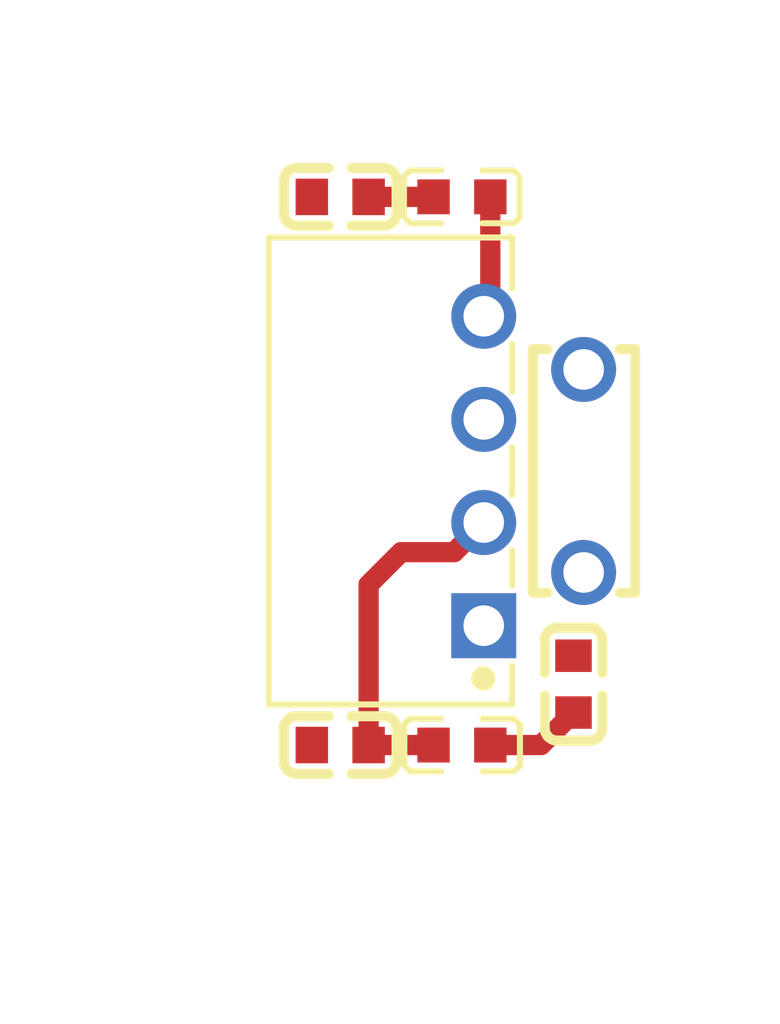
<source format=kicad_pcb>
(kicad_pcb (version 20241229) (generator "pcbnew") (generator_version "9.0")
  (layers (0 "F.Cu" signal) (2 "B.Cu" signal) (13 "F.Paste" user) (15 "B.Paste" user) (5 "F.SilkS" user "F.Silkscreen") (7 "B.SilkS" user "B.Silkscreen") (1 "F.Mask" user) (3 "B.Mask" user) (25 "Edge.Cuts" user))
  (net 0 "")
  (net 1 "hv")
  (net 2 "gnd")
  (net 3 "gnd-1")
  (net 4 "hv-2")
  (net 5 "hv-1")
  (net 6 "hv-3")
  (footprint "atopile:C0603-bd72f6" (layer "F.Cu") (at -1.25 6.75 180)
    (property "Reference" "C3" (hide yes))
    (property "Value" "4.7µF ±10% 10V X5R")
    (fp_line (start 1.39 -0.4) (end 1.39 0.4) (stroke (width 0.25)) (layer "F.SilkS"))
    (fp_line (start 0.28 0.71) (end 1.08 0.71) (stroke (width 0.25)) (layer "F.SilkS"))
    (fp_line (start 0.28 -0.71) (end 1.08 -0.71) (stroke (width 0.25)) (layer "F.SilkS"))
    (fp_line (start -0.28 0.71) (end -1.08 0.71) (stroke (width 0.25)) (layer "F.SilkS"))
    (fp_line (start -0.28 -0.71) (end -1.08 -0.71) (stroke (width 0.25)) (layer "F.SilkS"))
    (fp_line (start -1.39 0.4) (end -1.39 -0.4) (stroke (width 0.25)) (layer "F.SilkS"))
    (fp_arc (start 1.39 0.4) (mid 1.299203 0.619203) (end 1.08 0.71) (stroke (width 0.25)) (layer "F.SilkS"))
    (fp_arc (start 1.08 -0.71) (mid 1.299203 -0.619203) (end 1.39 -0.4) (stroke (width 0.25)) (layer "F.SilkS"))
    (fp_arc (start -1.08 0.71) (mid -1.299203 0.619203) (end -1.39 0.4) (stroke (width 0.25)) (layer "F.SilkS"))
    (fp_arc (start -1.39 -0.4) (mid -1.299203 -0.619203) (end -1.08 -0.71) (stroke (width 0.25)) (layer "F.SilkS"))
    (pad "1" smd rect (at -0.7 0 180) (size 0.8 0.9) (layers "F.Cu" "F.Mask" "F.Paste") (net 4 "hv-2"))
    (pad "2" smd rect (at 0.7 0 180) (size 0.8 0.9) (layers "F.Cu" "F.Mask" "F.Paste") (net 2 "gnd"))
  )
  (footprint "atopile:PWRM-TH_B0505S-1WR3-83f76b" (layer "F.Cu") (at 2.2875 0 90)
    (property "Reference" "U1" (hide yes))
    (property "Value" "")
    (fp_line (start 5.75 -5.3) (end -5.75 -5.3) (stroke (width 0.15)) (layer "F.SilkS"))
    (fp_line (start -5.75 -5.3) (end -5.75 0.7) (stroke (width 0.15)) (layer "F.SilkS"))
    (fp_line (start 5.75 0.7) (end 5.75 -5.3) (stroke (width 0.15)) (layer "F.SilkS"))
    (fp_line (start 4.49 0.7) (end 5.75 0.7) (stroke (width 0.15)) (layer "F.SilkS"))
    (fp_line (start 1.95 0.7) (end 3.13 0.7) (stroke (width 0.15)) (layer "F.SilkS"))
    (fp_line (start -0.59 0.7) (end 0.59 0.7) (stroke (width 0.15)) (layer "F.SilkS"))
    (fp_line (start -0.59 0.7) (end -0.46 0.7) (stroke (width 0.15)) (layer "F.SilkS"))
    (fp_line (start -2.83 0.7) (end -1.95 0.7) (stroke (width 0.15)) (layer "F.SilkS"))
    (fp_line (start -5.75 0.7) (end -4.79 0.7) (stroke (width 0.15)) (layer "F.SilkS"))
    (fp_circle (center -5.11 -0.01) (end -4.96 -0.01) (stroke (width 0.3)) (fill no) (layer "F.SilkS"))
    (pad "1" thru_hole rect (at -3.81 0 90) (size 1.6 1.6) (drill 0.999998) (layers "*.Cu" "*.Mask") (net 2 "gnd"))
    (pad "2" thru_hole circle (at -1.27 0 90) (size 1.6 1.6) (drill 0.999998) (layers "*.Cu" "*.Mask") (net 4 "hv-2"))
    (pad "3" thru_hole circle (at 1.27 0 90) (size 1.6 1.6) (drill 0.999998) (layers "*.Cu" "*.Mask") (net 3 "gnd-1"))
    (pad "4" thru_hole circle (at 3.81 0 90) (size 1.6 1.6) (drill 0.999998) (layers "*.Cu" "*.Mask") (net 6 "hv-3"))
  )
  (footprint "atopile:L0603-9cac2b" (layer "F.Cu") (at 1.75 -6.75 0)
    (property "Reference" "L2" (hide yes))
    (property "Value" "")
    (fp_line (start -1.43 -0.51) (end -1.27 -0.65) (stroke (width 0.15)) (layer "F.SilkS"))
    (fp_line (start -1.43 0.5) (end -1.43 -0.51) (stroke (width 0.15)) (layer "F.SilkS"))
    (fp_line (start -1.28 -0.65) (end -0.51 -0.65) (stroke (width 0.15)) (layer "F.SilkS"))
    (fp_line (start -1.28 0.65) (end -0.51 0.65) (stroke (width 0.15)) (layer "F.SilkS"))
    (fp_line (start -1.27 0.65) (end -1.43 0.5) (stroke (width 0.15)) (layer "F.SilkS"))
    (fp_line (start 1.27 -0.65) (end 0.51 -0.65) (stroke (width 0.15)) (layer "F.SilkS"))
    (fp_line (start 1.27 -0.65) (end 1.42 -0.5) (stroke (width 0.15)) (layer "F.SilkS"))
    (fp_line (start 1.27 0.65) (end 0.51 0.65) (stroke (width 0.15)) (layer "F.SilkS"))
    (fp_line (start 1.42 -0.5) (end 1.42 0.52) (stroke (width 0.15)) (layer "F.SilkS"))
    (fp_line (start 1.42 0.52) (end 1.27 0.65) (stroke (width 0.15)) (layer "F.SilkS"))
    (pad "1" smd rect (at -0.7 0 180) (size 0.8 0.86) (layers "F.Cu" "F.Mask" "F.Paste") (net 5 "hv-1"))
    (pad "2" smd rect (at 0.7 0 180) (size 0.8 0.86) (layers "F.Cu" "F.Mask" "F.Paste") (net 6 "hv-3"))
  )
  (footprint "atopile:L0603-9cac2b" (layer "F.Cu") (at 1.75 6.75 180)
    (property "Reference" "L1" (hide yes))
    (property "Value" "")
    (fp_line (start 1.42 0.52) (end 1.27 0.65) (stroke (width 0.15)) (layer "F.SilkS"))
    (fp_line (start 1.42 -0.5) (end 1.42 0.52) (stroke (width 0.15)) (layer "F.SilkS"))
    (fp_line (start 1.27 0.65) (end 0.51 0.65) (stroke (width 0.15)) (layer "F.SilkS"))
    (fp_line (start 1.27 -0.65) (end 1.42 -0.5) (stroke (width 0.15)) (layer "F.SilkS"))
    (fp_line (start 1.27 -0.65) (end 0.51 -0.65) (stroke (width 0.15)) (layer "F.SilkS"))
    (fp_line (start -1.27 0.65) (end -1.43 0.5) (stroke (width 0.15)) (layer "F.SilkS"))
    (fp_line (start -1.28 0.65) (end -0.51 0.65) (stroke (width 0.15)) (layer "F.SilkS"))
    (fp_line (start -1.28 -0.65) (end -0.51 -0.65) (stroke (width 0.15)) (layer "F.SilkS"))
    (fp_line (start -1.43 0.5) (end -1.43 -0.51) (stroke (width 0.15)) (layer "F.SilkS"))
    (fp_line (start -1.43 -0.51) (end -1.27 -0.65) (stroke (width 0.15)) (layer "F.SilkS"))
    (pad "1" smd rect (at -0.7 0 0) (size 0.8 0.86) (layers "F.Cu" "F.Mask" "F.Paste") (net 1 "hv"))
    (pad "2" smd rect (at 0.7 0 0) (size 0.8 0.86) (layers "F.Cu" "F.Mask" "F.Paste") (net 4 "hv-2"))
  )
  (footprint "atopile:C0603-bd72f6" (layer "F.Cu") (at 4.5 5.25 90)
    (property "Reference" "C2" (hide yes))
    (property "Value" "4.7µF ±10% 10V X5R")
    (fp_line (start 0.28 -0.71) (end 1.08 -0.71) (stroke (width 0.25)) (layer "F.SilkS"))
    (fp_line (start -0.28 -0.71) (end -1.08 -0.71) (stroke (width 0.25)) (layer "F.SilkS"))
    (fp_line (start 1.39 -0.4) (end 1.39 0.4) (stroke (width 0.25)) (layer "F.SilkS"))
    (fp_line (start -1.39 0.4) (end -1.39 -0.4) (stroke (width 0.25)) (layer "F.SilkS"))
    (fp_line (start 0.28 0.71) (end 1.08 0.71) (stroke (width 0.25)) (layer "F.SilkS"))
    (fp_line (start -0.28 0.71) (end -1.08 0.71) (stroke (width 0.25)) (layer "F.SilkS"))
    (fp_arc (start 1.08 -0.71) (mid 1.299203 -0.619203) (end 1.39 -0.4) (stroke (width 0.25)) (layer "F.SilkS"))
    (fp_arc (start -1.39 -0.4) (mid -1.299203 -0.619203) (end -1.08 -0.71) (stroke (width 0.25)) (layer "F.SilkS"))
    (fp_arc (start 1.39 0.4) (mid 1.299203 0.619203) (end 1.08 0.71) (stroke (width 0.25)) (layer "F.SilkS"))
    (fp_arc (start -1.08 0.71) (mid -1.299203 0.619203) (end -1.39 0.4) (stroke (width 0.25)) (layer "F.SilkS"))
    (pad "1" smd rect (at -0.7 0 90) (size 0.8 0.9) (layers "F.Cu" "F.Mask" "F.Paste") (net 1 "hv"))
    (pad "2" smd rect (at 0.7 0 90) (size 0.8 0.9) (layers "F.Cu" "F.Mask" "F.Paste") (net 2 "gnd"))
  )
  (footprint "atopile:CAP-TH_L6.0-W2.5-P5.00-D1.0-5e41da" (layer "F.Cu") (at 4.75 0 90)
    (property "Reference" "C1" (hide yes))
    (property "Value" "270pF ±10% 2kV")
    (fp_line (start 3 -1.25) (end -3 -1.25) (stroke (width 0.25)) (layer "F.SilkS"))
    (fp_line (start -3 -1.25) (end -3 -0.89) (stroke (width 0.25)) (layer "F.SilkS"))
    (fp_line (start 3 -0.89) (end 3 -1.25) (stroke (width 0.25)) (layer "F.SilkS"))
    (fp_line (start 3 0.89) (end 3 1.27) (stroke (width 0.25)) (layer "F.SilkS"))
    (fp_line (start 3 1.27) (end -3 1.27) (stroke (width 0.25)) (layer "F.SilkS"))
    (fp_line (start -3 1.27) (end -3 0.89) (stroke (width 0.25)) (layer "F.SilkS"))
    (pad "1" thru_hole circle (at -2.5 0 90) (size 1.6 1.6) (drill 0.999998) (layers "*.Cu" "*.Mask") (net 2 "gnd"))
    (pad "2" thru_hole circle (at 2.5 0 90) (size 1.6 1.6) (drill 0.999998) (layers "*.Cu" "*.Mask") (net 3 "gnd-1"))
  )
  (footprint "atopile:C0603-bd72f6" (layer "F.Cu") (at -1.25 -6.75 180)
    (property "Reference" "C4" (hide yes))
    (property "Value" "10µF ±10% 10V X5R")
    (fp_line (start 1.39 -0.4) (end 1.39 0.4) (stroke (width 0.25)) (layer "F.SilkS"))
    (fp_line (start 0.28 0.71) (end 1.08 0.71) (stroke (width 0.25)) (layer "F.SilkS"))
    (fp_line (start 0.28 -0.71) (end 1.08 -0.71) (stroke (width 0.25)) (layer "F.SilkS"))
    (fp_line (start -0.28 0.71) (end -1.08 0.71) (stroke (width 0.25)) (layer "F.SilkS"))
    (fp_line (start -0.28 -0.71) (end -1.08 -0.71) (stroke (width 0.25)) (layer "F.SilkS"))
    (fp_line (start -1.39 0.4) (end -1.39 -0.4) (stroke (width 0.25)) (layer "F.SilkS"))
    (fp_arc (start 1.39 0.4) (mid 1.299203 0.619203) (end 1.08 0.71) (stroke (width 0.25)) (layer "F.SilkS"))
    (fp_arc (start 1.08 -0.71) (mid 1.299203 -0.619203) (end 1.39 -0.4) (stroke (width 0.25)) (layer "F.SilkS"))
    (fp_arc (start -1.08 0.71) (mid -1.299203 0.619203) (end -1.39 0.4) (stroke (width 0.25)) (layer "F.SilkS"))
    (fp_arc (start -1.39 -0.4) (mid -1.299203 -0.619203) (end -1.08 -0.71) (stroke (width 0.25)) (layer "F.SilkS"))
    (pad "1" smd rect (at -0.7 0 180) (size 0.8 0.9) (layers "F.Cu" "F.Mask" "F.Paste") (net 5 "hv-1"))
    (pad "2" smd rect (at 0.7 0 180) (size 0.8 0.9) (layers "F.Cu" "F.Mask" "F.Paste") (net 3 "gnd-1"))
  )
  (segment (start 3.7 6.75) (end 4.5 5.95) (width 0.5) (net 1) (layer "F.Cu"))
  (segment (start 2.45 6.75) (end 3.7 6.75) (width 0.5) (net 1) (layer "F.Cu"))
  (segment (start -0.55 2.8) (end 0.25 2) (width 0.5) (net 4) (layer "F.Cu"))
  (segment (start 1.5575 2) (end 2.2875 1.27) (width 0.5) (net 4) (layer "F.Cu"))
  (segment (start 0.25 2) (end 1.5575 2) (width 0.5) (net 4) (layer "F.Cu"))
  (segment (start -0.55 6.75) (end -0.55 2.8) (width 0.5) (net 4) (layer "F.Cu"))
  (segment (start 1.05 6.75) (end -0.55 6.75) (width 0.5) (net 4) (layer "F.Cu"))
  (segment (start -0.55 -6.75) (end 1.05 -6.75) (width 0.5) (net 5) (layer "F.Cu"))
  (segment (start 2.45 -6.75) (end 2.45 -3.9725) (width 0.5) (net 6) (layer "F.Cu"))
  (segment (start 2.45 -3.9725) (end 2.2875 -3.81) (width 0.5) (net 6) (layer "F.Cu"))
)
</source>
